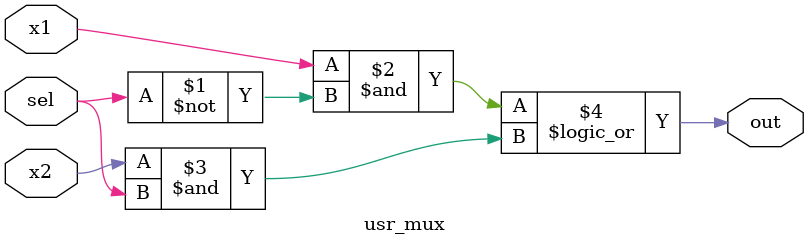
<source format=v>
module adder(in_A, in_B, sum);
	input [31:0] in_A, in_B;
	output [31:0] sum;
	wire [7:0]carry_in;
	wire carry_c = 1'b0; 

	bit4_adder my_0adder(in_A[3:0], in_B[3:0], carry_c, carry_in[0], sum[3:0]);
	bit4_adder my_1adder(in_A[7:4], in_B[7:4], carry_in[0], carry_in[1], sum[7:4]);
	bit4_adder my_2adder(in_A[11:8], in_B[11:8], carry_in[1], carry_in[2], sum[11:8]);
	bit4_adder my_3adder(in_A[15:12], in_B[15:12], carry_in[2], carry_in[3], sum[15:12]);
	bit4_adder my_4adder(in_A[19:16], in_B[19:16], carry_in[3], carry_in[4], sum[19:16]);
	bit4_adder my_5adder(in_A[23:20], in_B[23:20], carry_in[4], carry_in[5], sum[23:20]);
	bit4_adder my_6adder(in_A[27:24], in_B[27:24], carry_in[5], carry_in[6], sum[27:24]);
	bit4_adder my_7adder(in_A[31:28], in_B[31:28], carry_in[6], carry_in[7], sum[31:28]);
endmodule

module bit4_adder(in_A, in_B, carry_in, carry_out, sum);
	input [3:0] in_A, in_B;
	output [3:0] sum;
	input carry_in;
	output carry_out;
	wire carry_1 = 1'b1;
	wire carry_0 = 1'b0;
	wire [3:0] carry_1out, carry_0out; 
	wire [3:0] temp_0, temp_1;  
	bit1_adder mybit_0adder(in_A[0], in_B[0], carry_0, carry_0out[0], temp_0[0]);
	bit1_adder mybit_1adder(in_A[1], in_B[1], carry_0out[0], carry_0out[1], temp_0[1]);
	bit1_adder mybit_2adder(in_A[2], in_B[2], carry_0out[1], carry_0out[2], temp_0[2]);
	bit1_adder mybit_3adder(in_A[3], in_B[3], carry_0out[2], carry_0out[3], temp_0[3]);

	bit1_adder mybit_4adder(in_A[0], in_B[0], carry_1, carry_1out[0], temp_1[0]);
	bit1_adder mybit_5adder(in_A[1], in_B[1], carry_1out[0], carry_1out[1], temp_1[1]);
	bit1_adder mybit_6adder(in_A[2], in_B[2], carry_1out[1], carry_1out[2], temp_1[2]);
	bit1_adder mybit_7adder(in_A[3], in_B[3], carry_1out[2], carry_1out[3], temp_1[3]);  
	assign sum = carry_in ? temp_1 : temp_0;
	assign carry_out = carry_in ? carry_1out[3] : carry_0out[3]; 
   
endmodule

module bit1_adder(in_A, in_B, carry_in, carry_out, sum);
	input in_A, in_B, carry_in;
	output sum, carry_out;
	
	wire temp[2:0];
	xor(sum, in_A, in_B, carry_in);
	and(temp[0], in_A, in_B);
	and(temp[1], in_A, carry_in);
	and(temp[2], in_B, carry_in);
	or(carry_out, temp[0], temp[1], temp[2]);
	
endmodule

module my_3xor(ina, inb, inc, out);
	input [31:0] ina, inb, inc;
	output [31:0] out;
	
	genvar c;
	generate
	for(c=0; c<32; c=c+1) begin: loop1
	assign out[c] = ina[c]^inb[c]^inc[c];
	end
	endgenerate

endmodule

module my_rr(data_in, sel, data_out);
	input [31:0] data_in;
	input [4:0] sel;
	output [31:0] data_out;
	
	wire [31:0] level_0, level_1, level_2, level_3;
	
	// Mux level 0
	genvar c;
	generate
		for(c=0; c<31; c=c+1) begin: loop1
			usr_mux m(data_in[c], data_in[c+1], sel[0], level_0[c]);
		end
	endgenerate
	usr_mux m0(data_in[31], data_in[0], sel[0], level_0[31]);
	
	// Mux level 1
	generate
		for(c=0; c<30; c=c+1) begin: loop2
			usr_mux m(level_0[c], level_0[c+2], sel[1], level_1[c]);
		end
	endgenerate
	
	generate
		for(c=30; c<=31; c=c+1) begin: loop3
			usr_mux m(level_0[c], level_0[c-30], sel[1], level_1[c]);
		end
	endgenerate
	
	// Mux level 2
	generate
		for(c=0; c<=27; c=c+1) begin: loop4
			usr_mux m(level_1[c], level_1[c+4], sel[2], level_2[c]);
		end
	endgenerate
	
	generate
		for(c=28; c<=31; c=c+1) begin: loop5
			usr_mux m(level_1[c], level_1[c-28], sel[2], level_2[c]);
		end
	endgenerate
	
	// Mux level 3
	generate
		for(c=0; c<=23; c=c+1) begin: loop6
			usr_mux m(level_2[c], level_2[c+8], sel[3], level_3[c]);
		end
	endgenerate
	
	generate
		for(c=24; c<=31; c=c+1) begin: loop7
			usr_mux m(level_2[c], level_2[c-24], sel[3], level_3[c]);
		end
	endgenerate
	
	// Mux level 4
	generate
		for(c=0; c<=15; c=c+1) begin: loop8
			usr_mux m(level_3[c], level_3[c+16], sel[4], data_out[c]);
		end
	endgenerate
	
	generate
		for(c=16; c<=31; c=c+1) begin: loop9
			usr_mux m(level_3[c], level_3[c-16], sel[4], data_out[c]);
		end
	endgenerate

endmodule

module my_sra(data_in, sel, data_out);
	input [31:0] data_in;
	input [4:0] sel;
	output [31:0] data_out;
	
	// Mux level 0
	wire [31:0] level_0, level_1, level_2, level_3;
	genvar c;
	generate
		for(c=0; c<31; c=c+1) begin: loop1
			usr_mux m(data_in[c], data_in[c+1], sel[0], level_0[c]);
		end
	endgenerate
	usr_mux m0(data_in[31], data_in[31], sel[0], level_0[31]);
	
	// Mux level 1
	generate
		for(c=0; c<30; c=c+1) begin: loop2
			usr_mux m(level_0[c], level_0[c+2], sel[1], level_1[c]);
		end
	endgenerate
	
	generate
		for(c=30; c<=31; c=c+1) begin: loop3
			usr_mux m(level_0[c], data_in[31], sel[1], level_1[c]);
		end
	endgenerate
	
	// Mux level 2
	generate
		for(c=0; c<=27; c=c+1) begin: loop4
			usr_mux m(level_1[c], level_1[c+4], sel[2], level_2[c]);
		end
	endgenerate
	
	generate
		for(c=28; c<=31; c=c+1) begin: loop5
			usr_mux m(level_1[c], data_in[31], sel[2], level_2[c]);
		end
	endgenerate
	
	// Mux level 3
	generate
		for(c=0; c<=23; c=c+1) begin: loop6
			usr_mux m(level_2[c], level_2[c+8], sel[3], level_3[c]);
		end
	endgenerate
	
	generate
		for(c=24; c<=31; c=c+1) begin: loop7
			usr_mux m(level_2[c], data_in[31], sel[3], level_3[c]);
		end
	endgenerate
	
	// Mux level 4
	generate
		for(c=0; c<=15; c=c+1) begin: loop8
			usr_mux m(level_3[c], level_3[c+16], sel[4], data_out[c]);
		end
	endgenerate
	
	generate
		for(c=16; c<=31; c=c+1) begin: loop9
			usr_mux m(level_3[c], data_in[31], sel[4], data_out[c]);
		end
	endgenerate

endmodule

// my mux used throughout
module usr_mux(x1, x2, sel, out);
	input x1, x2, sel;
	output out;
	
	assign out = (x1&~sel)||(x2&sel);

endmodule
</source>
